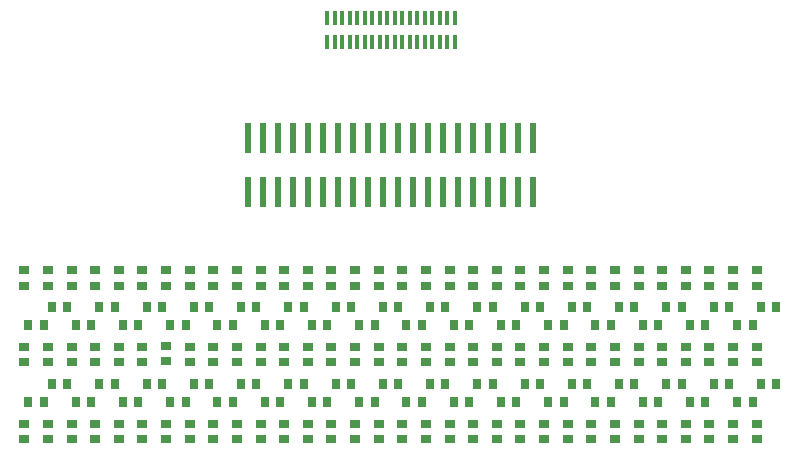
<source format=gtp>
G75*
%MOIN*%
%OFA0B0*%
%FSLAX25Y25*%
%IPPOS*%
%LPD*%
%AMOC8*
5,1,8,0,0,1.08239X$1,22.5*
%
%ADD10R,0.03543X0.02756*%
%ADD11R,0.02756X0.03543*%
%ADD12R,0.01500X0.05000*%
%ADD13R,0.02362X0.09843*%
D10*
X0083736Y0081918D03*
X0083736Y0087036D03*
X0091610Y0087036D03*
X0091610Y0081918D03*
X0099484Y0081918D03*
X0099484Y0087036D03*
X0107358Y0087036D03*
X0107358Y0081918D03*
X0115232Y0081918D03*
X0115232Y0087036D03*
X0123106Y0087036D03*
X0123106Y0081918D03*
X0130980Y0081918D03*
X0130980Y0087036D03*
X0138854Y0087036D03*
X0138854Y0081918D03*
X0146728Y0081918D03*
X0146728Y0087036D03*
X0154602Y0087036D03*
X0154602Y0081918D03*
X0162476Y0081918D03*
X0162476Y0087036D03*
X0170350Y0087036D03*
X0170350Y0081918D03*
X0178224Y0081918D03*
X0178224Y0087036D03*
X0186098Y0087036D03*
X0186098Y0081918D03*
X0193972Y0081918D03*
X0193972Y0087036D03*
X0201846Y0087036D03*
X0201846Y0081918D03*
X0209720Y0081918D03*
X0209720Y0087036D03*
X0217594Y0087036D03*
X0217594Y0081918D03*
X0225469Y0081918D03*
X0225469Y0087036D03*
X0233343Y0087036D03*
X0233343Y0081918D03*
X0241217Y0081918D03*
X0241217Y0087036D03*
X0249091Y0087036D03*
X0249091Y0081918D03*
X0256965Y0081918D03*
X0256965Y0087036D03*
X0264839Y0087036D03*
X0264839Y0081918D03*
X0272713Y0081918D03*
X0272713Y0087036D03*
X0280587Y0087036D03*
X0280587Y0081918D03*
X0288461Y0081918D03*
X0288461Y0087036D03*
X0296335Y0087036D03*
X0296335Y0081918D03*
X0304209Y0081918D03*
X0304209Y0087036D03*
X0312083Y0087036D03*
X0312083Y0081918D03*
X0319957Y0081918D03*
X0319957Y0087036D03*
X0327831Y0087036D03*
X0327831Y0081918D03*
X0327831Y0107509D03*
X0327831Y0112627D03*
X0319957Y0112627D03*
X0319957Y0107509D03*
X0312083Y0107509D03*
X0312083Y0112627D03*
X0304209Y0112627D03*
X0304209Y0107509D03*
X0296335Y0107509D03*
X0296335Y0112627D03*
X0288461Y0112627D03*
X0288461Y0107509D03*
X0280587Y0107509D03*
X0280587Y0112627D03*
X0272713Y0112627D03*
X0272713Y0107509D03*
X0264839Y0107509D03*
X0264839Y0112627D03*
X0256965Y0112627D03*
X0256965Y0107509D03*
X0249091Y0107509D03*
X0249091Y0112627D03*
X0241217Y0112627D03*
X0241217Y0107509D03*
X0233343Y0107509D03*
X0233343Y0112627D03*
X0225469Y0112627D03*
X0225469Y0107509D03*
X0217594Y0107509D03*
X0217594Y0112627D03*
X0209720Y0112627D03*
X0209720Y0107509D03*
X0201846Y0107509D03*
X0201846Y0112627D03*
X0193972Y0112627D03*
X0193972Y0107509D03*
X0186098Y0107509D03*
X0186098Y0112627D03*
X0178224Y0112627D03*
X0178224Y0107509D03*
X0170350Y0107509D03*
X0170350Y0112627D03*
X0162476Y0112627D03*
X0162476Y0107509D03*
X0154602Y0107509D03*
X0154602Y0112627D03*
X0146728Y0112627D03*
X0146728Y0107509D03*
X0138854Y0107509D03*
X0138854Y0112627D03*
X0130980Y0113020D03*
X0130980Y0107902D03*
X0123106Y0107509D03*
X0123106Y0112627D03*
X0115232Y0112627D03*
X0115232Y0107509D03*
X0107358Y0107509D03*
X0107358Y0112627D03*
X0099484Y0112627D03*
X0099484Y0107509D03*
X0091610Y0107509D03*
X0091610Y0112627D03*
X0083736Y0112627D03*
X0083736Y0107509D03*
X0083736Y0133099D03*
X0083736Y0138217D03*
X0091610Y0138217D03*
X0091610Y0133099D03*
X0099484Y0133099D03*
X0099484Y0138217D03*
X0107358Y0138217D03*
X0107358Y0133099D03*
X0115232Y0133099D03*
X0115232Y0138217D03*
X0123106Y0138217D03*
X0123106Y0133099D03*
X0130980Y0133099D03*
X0130980Y0138217D03*
X0138854Y0138217D03*
X0138854Y0133099D03*
X0146728Y0133099D03*
X0146728Y0138217D03*
X0154602Y0138217D03*
X0154602Y0133099D03*
X0162476Y0133099D03*
X0162476Y0138217D03*
X0170350Y0138217D03*
X0170350Y0133099D03*
X0178224Y0133099D03*
X0178224Y0138217D03*
X0186098Y0138217D03*
X0186098Y0133099D03*
X0193972Y0133099D03*
X0193972Y0138217D03*
X0201846Y0138217D03*
X0201846Y0133099D03*
X0209720Y0133099D03*
X0209720Y0138217D03*
X0217594Y0138217D03*
X0217594Y0133099D03*
X0225469Y0133099D03*
X0225469Y0138217D03*
X0233343Y0138217D03*
X0233343Y0133099D03*
X0241217Y0133099D03*
X0241217Y0138217D03*
X0249091Y0138217D03*
X0249091Y0133099D03*
X0256965Y0133099D03*
X0256965Y0138217D03*
X0264839Y0138217D03*
X0264839Y0133099D03*
X0272713Y0133099D03*
X0272713Y0138217D03*
X0280587Y0138217D03*
X0280587Y0133099D03*
X0288461Y0133099D03*
X0288461Y0138217D03*
X0296335Y0138217D03*
X0296335Y0133099D03*
X0304209Y0133099D03*
X0304209Y0138217D03*
X0312083Y0138217D03*
X0312083Y0133099D03*
X0319957Y0133099D03*
X0319957Y0138217D03*
X0327831Y0138217D03*
X0327831Y0133099D03*
D11*
X0329209Y0125816D03*
X0334327Y0125816D03*
X0326453Y0119910D03*
X0321335Y0119910D03*
X0318579Y0125816D03*
X0313461Y0125816D03*
X0310705Y0119910D03*
X0305587Y0119910D03*
X0302831Y0125816D03*
X0297713Y0125816D03*
X0294957Y0119910D03*
X0289839Y0119910D03*
X0287083Y0125816D03*
X0281965Y0125816D03*
X0279209Y0119910D03*
X0274091Y0119910D03*
X0271335Y0125816D03*
X0266217Y0125816D03*
X0263461Y0119910D03*
X0258343Y0119910D03*
X0255587Y0125816D03*
X0250469Y0125816D03*
X0247713Y0119910D03*
X0242594Y0119910D03*
X0239839Y0125816D03*
X0234720Y0125816D03*
X0231965Y0119910D03*
X0226846Y0119910D03*
X0224091Y0125816D03*
X0218972Y0125816D03*
X0216217Y0119910D03*
X0211098Y0119910D03*
X0208343Y0125816D03*
X0203224Y0125816D03*
X0200469Y0119910D03*
X0195350Y0119910D03*
X0192594Y0125816D03*
X0187476Y0125816D03*
X0184720Y0119910D03*
X0179602Y0119910D03*
X0176846Y0125816D03*
X0171728Y0125816D03*
X0168972Y0119910D03*
X0163854Y0119910D03*
X0161098Y0125816D03*
X0155980Y0125816D03*
X0153224Y0119910D03*
X0148106Y0119910D03*
X0145350Y0125816D03*
X0140232Y0125816D03*
X0137476Y0119910D03*
X0132358Y0119910D03*
X0129602Y0125816D03*
X0124484Y0125816D03*
X0121728Y0119910D03*
X0116610Y0119910D03*
X0113854Y0125816D03*
X0108736Y0125816D03*
X0105980Y0119910D03*
X0100862Y0119910D03*
X0098106Y0125816D03*
X0092988Y0125816D03*
X0090232Y0119910D03*
X0085114Y0119910D03*
X0092988Y0100225D03*
X0098106Y0100225D03*
X0100862Y0094320D03*
X0105980Y0094320D03*
X0108736Y0100225D03*
X0113854Y0100225D03*
X0116610Y0094320D03*
X0121728Y0094320D03*
X0124484Y0100225D03*
X0129602Y0100225D03*
X0132358Y0094320D03*
X0137476Y0094320D03*
X0140232Y0100225D03*
X0145350Y0100225D03*
X0148106Y0094320D03*
X0153224Y0094320D03*
X0155980Y0100225D03*
X0161098Y0100225D03*
X0163854Y0094320D03*
X0168972Y0094320D03*
X0171728Y0100225D03*
X0176846Y0100225D03*
X0179602Y0094320D03*
X0184720Y0094320D03*
X0187476Y0100225D03*
X0192594Y0100225D03*
X0195350Y0094320D03*
X0200469Y0094320D03*
X0203224Y0100225D03*
X0208343Y0100225D03*
X0211098Y0094320D03*
X0216217Y0094320D03*
X0218972Y0100225D03*
X0224091Y0100225D03*
X0226846Y0094320D03*
X0231965Y0094320D03*
X0234720Y0100225D03*
X0239839Y0100225D03*
X0242594Y0094320D03*
X0247713Y0094320D03*
X0250469Y0100225D03*
X0255587Y0100225D03*
X0258343Y0094320D03*
X0263461Y0094320D03*
X0266217Y0100225D03*
X0271335Y0100225D03*
X0274091Y0094320D03*
X0279209Y0094320D03*
X0281965Y0100225D03*
X0287083Y0100225D03*
X0289839Y0094320D03*
X0294957Y0094320D03*
X0297713Y0100225D03*
X0302831Y0100225D03*
X0305587Y0094320D03*
X0310705Y0094320D03*
X0313461Y0100225D03*
X0318579Y0100225D03*
X0321335Y0094320D03*
X0326453Y0094320D03*
X0329209Y0100225D03*
X0334327Y0100225D03*
X0090232Y0094320D03*
X0085114Y0094320D03*
D12*
X0184730Y0214139D03*
X0187230Y0214139D03*
X0189730Y0214139D03*
X0192230Y0214139D03*
X0194730Y0214139D03*
X0197230Y0214139D03*
X0199730Y0214139D03*
X0202230Y0214139D03*
X0204730Y0214139D03*
X0207230Y0214139D03*
X0209730Y0214139D03*
X0212230Y0214139D03*
X0214730Y0214139D03*
X0217230Y0214139D03*
X0219730Y0214139D03*
X0222230Y0214139D03*
X0224730Y0214139D03*
X0227230Y0214139D03*
X0227230Y0222139D03*
X0224730Y0222139D03*
X0222230Y0222139D03*
X0219730Y0222139D03*
X0217230Y0222139D03*
X0214730Y0222139D03*
X0212230Y0222139D03*
X0209730Y0222139D03*
X0207230Y0222139D03*
X0204730Y0222139D03*
X0202230Y0222139D03*
X0199730Y0222139D03*
X0197230Y0222139D03*
X0194730Y0222139D03*
X0192230Y0222139D03*
X0189730Y0222139D03*
X0187230Y0222139D03*
X0184730Y0222139D03*
D13*
X0183244Y0182213D03*
X0178244Y0182213D03*
X0173244Y0182213D03*
X0168244Y0182213D03*
X0163244Y0182213D03*
X0158244Y0182213D03*
X0158244Y0164300D03*
X0163244Y0164300D03*
X0168244Y0164300D03*
X0173244Y0164300D03*
X0178244Y0164300D03*
X0183244Y0164300D03*
X0188244Y0164300D03*
X0193244Y0164300D03*
X0198244Y0164300D03*
X0203244Y0164300D03*
X0208244Y0164300D03*
X0213244Y0164300D03*
X0218244Y0164300D03*
X0223244Y0164300D03*
X0228244Y0164300D03*
X0233244Y0164300D03*
X0238244Y0164300D03*
X0243244Y0164300D03*
X0248244Y0164300D03*
X0253244Y0164300D03*
X0253244Y0182213D03*
X0248244Y0182213D03*
X0243244Y0182213D03*
X0238244Y0182213D03*
X0233244Y0182213D03*
X0228244Y0182213D03*
X0223244Y0182213D03*
X0218244Y0182213D03*
X0213244Y0182213D03*
X0208244Y0182213D03*
X0203244Y0182213D03*
X0198244Y0182213D03*
X0193244Y0182213D03*
X0188244Y0182213D03*
M02*

</source>
